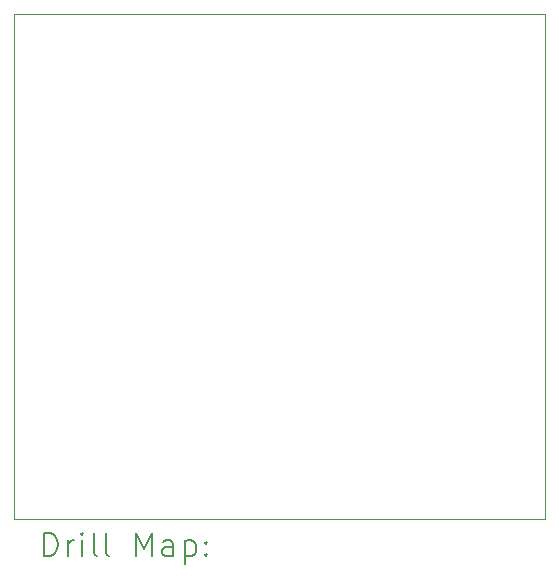
<source format=gbr>
%TF.GenerationSoftware,KiCad,Pcbnew,8.0.2*%
%TF.CreationDate,2024-10-06T11:27:21+02:00*%
%TF.ProjectId,distribution_amp_for_singapore_dude,64697374-7269-4627-9574-696f6e5f616d,rev?*%
%TF.SameCoordinates,Original*%
%TF.FileFunction,Drillmap*%
%TF.FilePolarity,Positive*%
%FSLAX45Y45*%
G04 Gerber Fmt 4.5, Leading zero omitted, Abs format (unit mm)*
G04 Created by KiCad (PCBNEW 8.0.2) date 2024-10-06 11:27:21*
%MOMM*%
%LPD*%
G01*
G04 APERTURE LIST*
%ADD10C,0.050000*%
%ADD11C,0.200000*%
G04 APERTURE END LIST*
D10*
X10040000Y-8000000D02*
X14540000Y-8000000D01*
X14540000Y-12280000D01*
X10040000Y-12280000D01*
X10040000Y-8000000D01*
D11*
X10298277Y-12593984D02*
X10298277Y-12393984D01*
X10298277Y-12393984D02*
X10345896Y-12393984D01*
X10345896Y-12393984D02*
X10374467Y-12403508D01*
X10374467Y-12403508D02*
X10393515Y-12422555D01*
X10393515Y-12422555D02*
X10403039Y-12441603D01*
X10403039Y-12441603D02*
X10412563Y-12479698D01*
X10412563Y-12479698D02*
X10412563Y-12508269D01*
X10412563Y-12508269D02*
X10403039Y-12546365D01*
X10403039Y-12546365D02*
X10393515Y-12565412D01*
X10393515Y-12565412D02*
X10374467Y-12584460D01*
X10374467Y-12584460D02*
X10345896Y-12593984D01*
X10345896Y-12593984D02*
X10298277Y-12593984D01*
X10498277Y-12593984D02*
X10498277Y-12460650D01*
X10498277Y-12498746D02*
X10507801Y-12479698D01*
X10507801Y-12479698D02*
X10517324Y-12470174D01*
X10517324Y-12470174D02*
X10536372Y-12460650D01*
X10536372Y-12460650D02*
X10555420Y-12460650D01*
X10622086Y-12593984D02*
X10622086Y-12460650D01*
X10622086Y-12393984D02*
X10612563Y-12403508D01*
X10612563Y-12403508D02*
X10622086Y-12413031D01*
X10622086Y-12413031D02*
X10631610Y-12403508D01*
X10631610Y-12403508D02*
X10622086Y-12393984D01*
X10622086Y-12393984D02*
X10622086Y-12413031D01*
X10745896Y-12593984D02*
X10726848Y-12584460D01*
X10726848Y-12584460D02*
X10717324Y-12565412D01*
X10717324Y-12565412D02*
X10717324Y-12393984D01*
X10850658Y-12593984D02*
X10831610Y-12584460D01*
X10831610Y-12584460D02*
X10822086Y-12565412D01*
X10822086Y-12565412D02*
X10822086Y-12393984D01*
X11079229Y-12593984D02*
X11079229Y-12393984D01*
X11079229Y-12393984D02*
X11145896Y-12536841D01*
X11145896Y-12536841D02*
X11212562Y-12393984D01*
X11212562Y-12393984D02*
X11212562Y-12593984D01*
X11393515Y-12593984D02*
X11393515Y-12489222D01*
X11393515Y-12489222D02*
X11383991Y-12470174D01*
X11383991Y-12470174D02*
X11364943Y-12460650D01*
X11364943Y-12460650D02*
X11326848Y-12460650D01*
X11326848Y-12460650D02*
X11307801Y-12470174D01*
X11393515Y-12584460D02*
X11374467Y-12593984D01*
X11374467Y-12593984D02*
X11326848Y-12593984D01*
X11326848Y-12593984D02*
X11307801Y-12584460D01*
X11307801Y-12584460D02*
X11298277Y-12565412D01*
X11298277Y-12565412D02*
X11298277Y-12546365D01*
X11298277Y-12546365D02*
X11307801Y-12527317D01*
X11307801Y-12527317D02*
X11326848Y-12517793D01*
X11326848Y-12517793D02*
X11374467Y-12517793D01*
X11374467Y-12517793D02*
X11393515Y-12508269D01*
X11488753Y-12460650D02*
X11488753Y-12660650D01*
X11488753Y-12470174D02*
X11507801Y-12460650D01*
X11507801Y-12460650D02*
X11545896Y-12460650D01*
X11545896Y-12460650D02*
X11564943Y-12470174D01*
X11564943Y-12470174D02*
X11574467Y-12479698D01*
X11574467Y-12479698D02*
X11583991Y-12498746D01*
X11583991Y-12498746D02*
X11583991Y-12555888D01*
X11583991Y-12555888D02*
X11574467Y-12574936D01*
X11574467Y-12574936D02*
X11564943Y-12584460D01*
X11564943Y-12584460D02*
X11545896Y-12593984D01*
X11545896Y-12593984D02*
X11507801Y-12593984D01*
X11507801Y-12593984D02*
X11488753Y-12584460D01*
X11669705Y-12574936D02*
X11679229Y-12584460D01*
X11679229Y-12584460D02*
X11669705Y-12593984D01*
X11669705Y-12593984D02*
X11660182Y-12584460D01*
X11660182Y-12584460D02*
X11669705Y-12574936D01*
X11669705Y-12574936D02*
X11669705Y-12593984D01*
X11669705Y-12470174D02*
X11679229Y-12479698D01*
X11679229Y-12479698D02*
X11669705Y-12489222D01*
X11669705Y-12489222D02*
X11660182Y-12479698D01*
X11660182Y-12479698D02*
X11669705Y-12470174D01*
X11669705Y-12470174D02*
X11669705Y-12489222D01*
M02*

</source>
